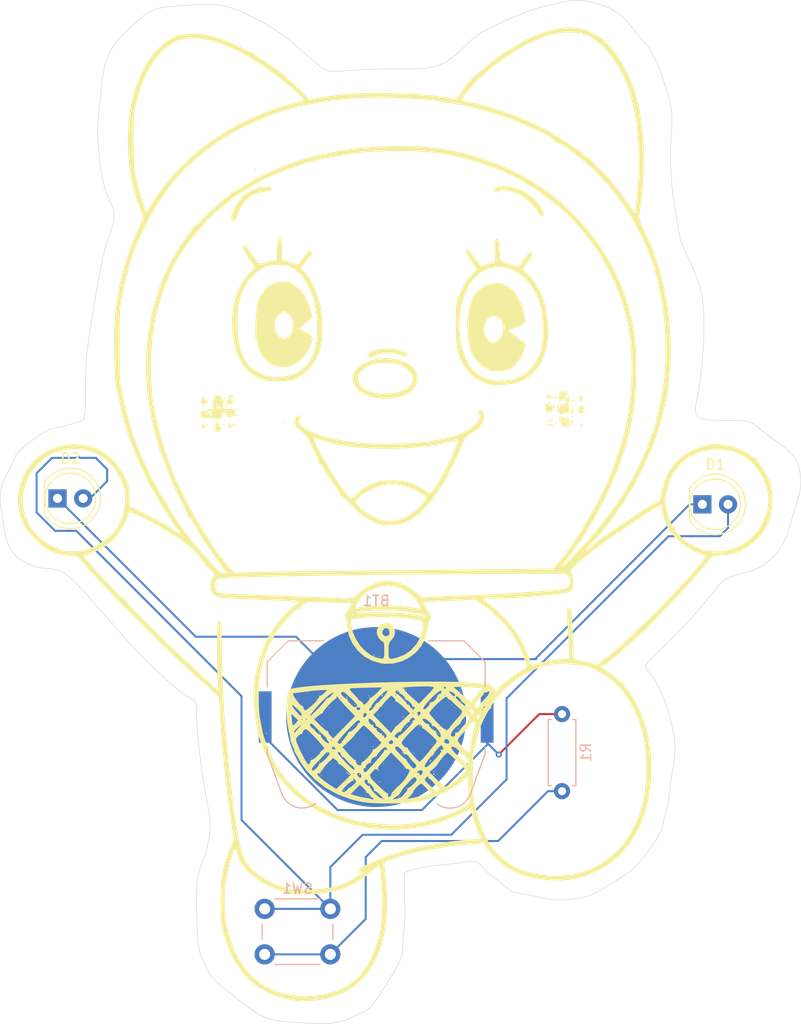
<source format=kicad_pcb>
(kicad_pcb (version 20241229) (generator "pcbnew") (generator_version "9.0")
  (layers (0 "F.Cu" signal) (2 "B.Cu" signal) (13 "F.Paste" user) (15 "B.Paste" user) (5 "F.SilkS" user "F.Silkscreen") (7 "B.SilkS" user "B.Silkscreen") (1 "F.Mask" user) (3 "B.Mask" user) (25 "Edge.Cuts" user))
  (net 0 "")
  (net 1 "Net-(BT1-+)")
  (net 2 "Net-(BT1--)")
  (net 3 "Net-(D1-A)")
  (net 4 "Net-(R1-Pad1)")
  (footprint "LOGO" (layer "F.Cu") (at 146.23 94.75)
    (property "Reference" "G***" (hide yes))
    (property "Value" "LOGO" (hide yes))
  )
  (footprint "LED_THT:LED_D5.0mm" (layer "F.Cu") (at 112.67 92.8)
    (property "Reference" "D2" (at 1.27 -3.96 0) (layer "F.SilkS"))
    (property "Value" "LED")
    (pad "1" thru_hole rect (at 0 0) (size 1.8 1.8) (drill 0.9) (layers "*.Cu" "*.Mask") (net 2 "Net-(BT1--)"))
    (pad "2" thru_hole circle (at 2.54 0) (size 1.8 1.8) (drill 0.9) (layers "*.Cu" "*.Mask") (net 3 "Net-(D1-A)"))
  )
  (footprint "LED_THT:LED_D5.0mm" (layer "F.Cu") (at 176.49 93.39)
    (property "Reference" "D1" (at 1.27 -3.96 0) (layer "F.SilkS"))
    (property "Value" "LED")
    (pad "1" thru_hole rect (at 0 0) (size 1.8 1.8) (drill 0.9) (layers "*.Cu" "*.Mask") (net 2 "Net-(BT1--)"))
    (pad "2" thru_hole circle (at 2.54 0) (size 1.8 1.8) (drill 0.9) (layers "*.Cu" "*.Mask") (net 3 "Net-(D1-A)"))
  )
  (footprint "Button_Switch_THT:SW_PUSH_6mm" (layer "B.Cu") (at 139.67 133.39 180)
    (property "Reference" "SW1" (at 3.25 2 0) (layer "B.SilkS") (effects (justify mirror)))
    (property "Value" "SW_Push")
    (pad "1" thru_hole circle (at 0 0 90) (size 2 2) (drill 1.1) (layers "*.Cu" "*.Mask") (net 3 "Net-(D1-A)"))
    (pad "1" thru_hole circle (at 6.5 0 90) (size 2 2) (drill 1.1) (layers "*.Cu" "*.Mask") (net 3 "Net-(D1-A)"))
    (pad "2" thru_hole circle (at 0 -4.5 90) (size 2 2) (drill 1.1) (layers "*.Cu" "*.Mask") (net 4 "Net-(R1-Pad1)"))
    (pad "2" thru_hole circle (at 6.5 -4.5 90) (size 2 2) (drill 1.1) (layers "*.Cu" "*.Mask") (net 4 "Net-(R1-Pad1)"))
  )
  (footprint "Battery:BatteryHolder_Keystone_3034_1x20mm" (layer "B.Cu") (at 144.205 114.42 180)
    (property "Reference" "BT1" (at 0 11.5 0) (layer "B.SilkS") (effects (justify mirror)))
    (property "Value" "Battery_Cell")
    (pad "1" smd rect (at -10.985 0 180) (size 1.27 5.08) (layers "B.Cu" "B.Mask" "B.Paste") (net 1 "Net-(BT1-+)"))
    (pad "1" smd rect (at 10.985 0 180) (size 1.27 5.08) (layers "B.Cu" "B.Mask" "B.Paste") (net 1 "Net-(BT1-+)"))
    (pad "2" smd circle (at 0 0 180) (size 17.8 17.8) (layers "B.Cu" "B.Mask") (net 2 "Net-(BT1--)"))
  )
  (footprint "Resistor_THT:R_Axial_DIN0207_L6.3mm_D2.5mm_P7.62mm_Horizontal" (layer "B.Cu") (at 162.6 121.75 90)
    (property "Reference" "R1" (at 3.81 2.37 90) (layer "B.SilkS") (effects (justify mirror)))
    (property "Value" "R")
    (pad "1" thru_hole circle (at 0 0 90) (size 1.6 1.6) (drill 0.8) (layers "*.Cu" "*.Mask") (net 4 "Net-(R1-Pad1)"))
    (pad "2" thru_hole circle (at 7.62 0 90) (size 1.6 1.6) (drill 0.8) (layers "*.Cu" "*.Mask") (net 1 "Net-(BT1-+)"))
  )
  (gr_curve (pts (xy 107.13 94.13) (xy 107.56 96.58) (xy 107.49 97.94) (xy 109.3 99.03)) (stroke (width 0.05)) (layer "Edge.Cuts"))
  (gr_curve (pts (xy 183.17 86.7) (xy 181 85.12) (xy 181.73 85.08) (xy 178.81 85.1)) (stroke (width 0.05)) (layer "Edge.Cuts"))
  (gr_curve (pts (xy 115.45 80.89) (xy 115.43 83.07) (xy 115.48 84.18) (xy 115.33 84.6)) (stroke (width 0.05)) (layer "Edge.Cuts"))
  (gr_curve (pts (xy 117.05 69.48) (xy 116.61 71.76) (xy 116.47 72.5) (xy 116.06 75.13)) (stroke (width 0.05)) (layer "Edge.Cuts"))
  (gr_curve (pts (xy 151.35 128.97) (xy 153.93 128.72) (xy 153.91 128.43) (xy 154.57 129.09)) (stroke (width 0.05)) (layer "Edge.Cuts"))
  (gr_curve (pts (xy 115.33 84.6) (xy 115.18 85.02) (xy 115.7 84.99) (xy 113.73 85.53)) (stroke (width 0.05)) (layer "Edge.Cuts"))
  (gr_curve (pts (xy 117.05 51.9) (xy 116.75 55.51) (xy 116.39 55.71) (xy 116.88 59.69)) (stroke (width 0.05)) (layer "Edge.Cuts"))
  (gr_curve (pts (xy 127.62 126.67) (xy 127.13 129.16) (xy 126.29 129.39) (xy 126.41 132.39)) (stroke (width 0.05)) (layer "Edge.Cuts"))
  (gr_curve (pts (xy 143.65 50.37) (xy 138.91 50.52) (xy 139.82 51.14) (xy 137.58 49.17)) (stroke (width 0.05)) (layer "Edge.Cuts"))
  (gr_curve (pts (xy 109.3 99.03) (xy 111.11 100.12) (xy 112.16 99.42) (xy 113.35 100.22)) (stroke (width 0.05)) (layer "Edge.Cuts"))
  (gr_curve (pts (xy 158.9 131.94) (xy 160.54 132.16) (xy 161.05 132.6) (xy 162.9 132.48)) (stroke (width 0.05)) (layer "Edge.Cuts"))
  (gr_curve (pts (xy 145.19 140.89) (xy 147.14 137.78) (xy 146.76 138.06) (xy 146.9 136.17)) (stroke (width 0.05)) (layer "Edge.Cuts"))
  (gr_curve (pts (xy 185.18 95.38) (xy 185.97 92.7) (xy 186.46 91.73) (xy 186.14 90.16)) (stroke (width 0.05)) (layer "Edge.Cuts"))
  (gr_curve (pts (xy 129.76 141.73) (xy 131.98 143.43) (xy 132.71 144.35) (xy 135.27 144.54)) (stroke (width 0.05)) (layer "Edge.Cuts"))
  (gr_curve (pts (xy 113.73 85.53) (xy 111.76 86.07) (xy 111.76 85.8) (xy 109.94 87.23)) (stroke (width 0.05)) (layer "Edge.Cuts"))
  (gr_curve (pts (xy 173.53 115.54) (xy 172.96 113.18) (xy 172.65 112.32) (xy 171.93 111.04)) (stroke (width 0.05)) (layer "Edge.Cuts"))
  (gr_curve (pts (xy 124.16 111.35) (xy 127.31 114.12) (xy 125.97 110.81) (xy 126.65 117.22)) (stroke (width 0.05)) (layer "Edge.Cuts"))
  (gr_curve (pts (xy 116.06 75.13) (xy 115.65 77.76) (xy 115.47 78.71) (xy 115.45 80.89)) (stroke (width 0.05)) (layer "Edge.Cuts"))
  (gr_curve (pts (xy 135.27 144.54) (xy 137.83 144.73) (xy 140.21 145.01) (xy 141.79 144.12)) (stroke (width 0.05)) (layer "Edge.Cuts"))
  (gr_curve (pts (xy 172.62 124.86) (xy 172.81 123.8) (xy 172.92 124.52) (xy 173.26 121.64)) (stroke (width 0.05)) (layer "Edge.Cuts"))
  (gr_curve (pts (xy 186.14 90.16) (xy 185.82 88.59) (xy 185.34 88.28) (xy 183.17 86.7)) (stroke (width 0.05)) (layer "Edge.Cuts"))
  (gr_curve (pts (xy 152.01 48.98) (xy 149.9 50.77) (xy 148.39 50.22) (xy 143.65 50.37)) (stroke (width 0.05)) (layer "Edge.Cuts"))
  (gr_curve (pts (xy 120.49 45.67) (xy 118.7 47.3) (xy 117.35 48.29) (xy 117.05 51.9)) (stroke (width 0.05)) (layer "Edge.Cuts"))
  (gr_curve (pts (xy 147.01 129.79) (xy 148.37 129.33) (xy 148.77 129.22) (xy 151.35 128.97)) (stroke (width 0.05)) (layer "Edge.Cuts"))
  (gr_curve (pts (xy 182.8 99.19) (xy 183.85 98.25) (xy 184.39 98.06) (xy 185.18 95.38)) (stroke (width 0.05)) (layer "Edge.Cuts"))
  (gr_curve (pts (xy 162.07 43.86) (xy 159.81 44.43) (xy 160.23 44.15) (xy 156.86 45.63)) (stroke (width 0.05)) (layer "Edge.Cuts"))
  (gr_curve (pts (xy 108.07 89.66) (xy 107.44 90.83) (xy 106.7 91.68) (xy 107.13 94.13)) (stroke (width 0.05)) (layer "Edge.Cuts"))
  (gr_curve (pts (xy 173.26 121.64) (xy 173.6 118.76) (xy 174.1 117.9) (xy 173.53 115.54)) (stroke (width 0.05)) (layer "Edge.Cuts"))
  (gr_line (start 147 132.3) (end 147.01 129.79) (stroke (width 0.05)) (layer "Edge.Cuts"))
  (gr_curve (pts (xy 178.74 100.81) (xy 179.53 100.27) (xy 181.75 100.13) (xy 182.8 99.19)) (stroke (width 0.05)) (layer "Edge.Cuts"))
  (gr_curve (pts (xy 170.97 109.17) (xy 171.31 108.68) (xy 170.98 109.17) (xy 173.9 106.22)) (stroke (width 0.05)) (layer "Edge.Cuts"))
  (gr_curve (pts (xy 172.81 51.95) (xy 171.63 48.24) (xy 171.07 48.2) (xy 169.84 46.62)) (stroke (width 0.05)) (layer "Edge.Cuts"))
  (gr_curve (pts (xy 174.09 66.04) (xy 173.85 64.08) (xy 173.44 63.31) (xy 173.35 59.28)) (stroke (width 0.05)) (layer "Edge.Cuts"))
  (gr_curve (pts (xy 170.62 128.33) (xy 171.88 126.75) (xy 172.43 125.92) (xy 172.62 124.86)) (stroke (width 0.05)) (layer "Edge.Cuts"))
  (gr_curve (pts (xy 167.11 131.11) (xy 168.85 130) (xy 169.36 129.91) (xy 170.62 128.33)) (stroke (width 0.05)) (layer "Edge.Cuts"))
  (gr_curve (pts (xy 126.65 117.22) (xy 127.33 123.63) (xy 128.11 124.18) (xy 127.62 126.67)) (stroke (width 0.05)) (layer "Edge.Cuts"))
  (gr_curve (pts (xy 178.81 85.1) (xy 175.89 85.12) (xy 175.52 84.8) (xy 175.96 82.96)) (stroke (width 0.05)) (layer "Edge.Cuts"))
  (gr_curve (pts (xy 166.47 44.01) (xy 165.07 43.57) (xy 164.33 43.29) (xy 162.07 43.86)) (stroke (width 0.05)) (layer "Edge.Cuts"))
  (gr_curve (pts (xy 176.21 71.75) (xy 175.3 69.02) (xy 174.33 68) (xy 174.09 66.04)) (stroke (width 0.05)) (layer "Edge.Cuts"))
  (gr_curve (pts (xy 126.41 132.39) (xy 126.53 135.39) (xy 126.37 137.03) (xy 127.02 138.38)) (stroke (width 0.05)) (layer "Edge.Cuts"))
  (gr_curve (pts (xy 156.86 45.63) (xy 153.49 47.11) (xy 154.12 47.19) (xy 152.01 48.98)) (stroke (width 0.05)) (layer "Edge.Cuts"))
  (gr_curve (pts (xy 169.84 46.62) (xy 168.61 45.04) (xy 167.87 44.45) (xy 166.47 44.01)) (stroke (width 0.05)) (layer "Edge.Cuts"))
  (gr_curve (pts (xy 173.35 59.28) (xy 173.26 55.25) (xy 173.99 55.66) (xy 172.81 51.95)) (stroke (width 0.05)) (layer "Edge.Cuts"))
  (gr_curve (pts (xy 137.58 49.17) (xy 135.34 47.2) (xy 134.21 46.29) (xy 132.02 45.23)) (stroke (width 0.05)) (layer "Edge.Cuts"))
  (gr_curve (pts (xy 173.9 106.22) (xy 176.82 103.27) (xy 177.95 101.35) (xy 178.74 100.81)) (stroke (width 0.05)) (layer "Edge.Cuts"))
  (gr_curve (pts (xy 109.94 87.23) (xy 108.12 88.66) (xy 108.7 88.49) (xy 108.07 89.66)) (stroke (width 0.05)) (layer "Edge.Cuts"))
  (gr_curve (pts (xy 127.02 138.38) (xy 127.67 139.73) (xy 127.54 140.03) (xy 129.76 141.73)) (stroke (width 0.05)) (layer "Edge.Cuts"))
  (gr_curve (pts (xy 156.31 130.64) (xy 157.54 131.55) (xy 157.26 131.72) (xy 158.9 131.94)) (stroke (width 0.05)) (layer "Edge.Cuts"))
  (gr_curve (pts (xy 116.88 59.69) (xy 117.37 63.67) (xy 118.5 63.72) (xy 118.23 65.27)) (stroke (width 0.05)) (layer "Edge.Cuts"))
  (gr_curve (pts (xy 126.05 44) (xy 123.1 44.22) (xy 122.28 44.04) (xy 120.49 45.67)) (stroke (width 0.05)) (layer "Edge.Cuts"))
  (gr_curve (pts (xy 118.23 65.27) (xy 117.96 66.82) (xy 117.49 67.2) (xy 117.05 69.48)) (stroke (width 0.05)) (layer "Edge.Cuts"))
  (gr_curve (pts (xy 141.79 144.12) (xy 143.37 143.23) (xy 143.24 144) (xy 145.19 140.89)) (stroke (width 0.05)) (layer "Edge.Cuts"))
  (gr_curve (pts (xy 113.35 100.22) (xy 114.54 101.02) (xy 114.81 101.51) (xy 117.82 104.88)) (stroke (width 0.05)) (layer "Edge.Cuts"))
  (gr_curve (pts (xy 146.9 136.17) (xy 147.04 134.28) (xy 147.13 134.13) (xy 147 132.3)) (stroke (width 0.05)) (layer "Edge.Cuts"))
  (gr_curve (pts (xy 175.96 82.96) (xy 176.4 81.12) (xy 177.12 74.48) (xy 176.21 71.75)) (stroke (width 0.05)) (layer "Edge.Cuts"))
  (gr_curve (pts (xy 117.82 104.88) (xy 120.83 108.25) (xy 121.01 108.58) (xy 124.16 111.35)) (stroke (width 0.05)) (layer "Edge.Cuts"))
  (gr_curve (pts (xy 132.02 45.23) (xy 129.83 44.17) (xy 129 43.78) (xy 126.05 44)) (stroke (width 0.05)) (layer "Edge.Cuts"))
  (gr_curve (pts (xy 154.57 129.09) (xy 155.23 129.75) (xy 155.08 129.73) (xy 156.31 130.64)) (stroke (width 0.05)) (layer "Edge.Cuts"))
  (gr_curve (pts (xy 162.9 132.48) (xy 164.75 132.36) (xy 165.37 132.22) (xy 167.11 131.11)) (stroke (width 0.05)) (layer "Edge.Cuts"))
  (gr_curve (pts (xy 171.93 111.04) (xy 171.21 109.76) (xy 170.63 109.66) (xy 170.97 109.17)) (stroke (width 0.05)) (layer "Edge.Cuts"))
  (segment (start 160.34 114.13) (end 156.34 118.13) (width 0.2) (layer "F.Cu") (net 1))
  (segment (start 162.6 114.13) (end 162.7 114.13) (width 0.2) (layer "F.Cu") (net 1))
  (segment (start 162.7 114.13) (end 162.71 114.14) (width 0.2) (layer "F.Cu") (net 1))
  (segment (start 162.6 114.13) (end 160.34 114.13) (width 0.2) (layer "F.Cu") (net 1))
  (via (at 156.34 118.13) (size 0.6) (drill 0.3) (layers "F.Cu" "B.Cu") (net 1))
  (segment (start 148.729 123.621) (end 155.19 117.16) (width 0.2) (layer "B.Cu") (net 1))
  (segment (start 133.22 116.447179) (end 140.393821 123.621) (width 0.2) (layer "B.Cu") (net 1))
  (segment (start 156.34 118.13) (end 155.19 116.98) (width 0.2) (layer "B.Cu") (net 1))
  (segment (start 155.19 117.16) (end 155.19 114.42) (width 0.2) (layer "B.Cu") (net 1))
  (segment (start 155.19 116.98) (end 155.19 114.42) (width 0.2) (layer "B.Cu") (net 1))
  (segment (start 133.22 114.42) (end 133.22 116.447179) (width 0.2) (layer "B.Cu") (net 1))
  (segment (start 140.393821 123.621) (end 148.729 123.621) (width 0.2) (layer "B.Cu") (net 1))
  (segment (start 160.04 108.69) (end 149.935 108.69) (width 0.2) (layer "B.Cu") (net 2))
  (segment (start 160.04 108.58) (end 160.04 108.69) (width 0.2) (layer "B.Cu") (net 2))
  (segment (start 176.49 93.39) (end 175.23 93.39) (width 0.2) (layer "B.Cu") (net 2))
  (segment (start 175.23 93.39) (end 160.04 108.58) (width 0.2) (layer "B.Cu") (net 2))
  (segment (start 112.67 92.8) (end 126.35 106.48) (width 0.2) (layer "B.Cu") (net 2))
  (segment (start 136.265 106.48) (end 144.205 114.42) (width 0.2) (layer "B.Cu") (net 2))
  (segment (start 149.935 108.69) (end 144.205 114.42) (width 0.2) (layer "B.Cu") (net 2))
  (segment (start 126.35 106.48) (end 136.265 106.48) (width 0.2) (layer "B.Cu") (net 2))
  (segment (start 114.58 88.79) (end 112.13 88.79) (width 0.2) (layer "B.Cu") (net 3))
  (segment (start 179.03 95.73) (end 179.03 93.39) (width 0.2) (layer "B.Cu") (net 3))
  (segment (start 133.17 133.39) (end 139.67 133.39) (width 0.2) (layer "B.Cu") (net 3))
  (segment (start 139.67 129.25) (end 139.675 129.255) (width 0.2) (layer "B.Cu") (net 3))
  (segment (start 116.5 88.79) (end 114.88 88.79) (width 0.2) (layer "B.Cu") (net 3))
  (segment (start 110.6 94.2) (end 110.61 94.2) (width 0.2) (layer "B.Cu") (net 3))
  (segment (start 139.67 133.39) (end 139.67 129.25) (width 0.2) (layer "B.Cu") (net 3))
  (segment (start 112.42 96.01) (end 114.53 96.01) (width 0.2) (layer "B.Cu") (net 3))
  (segment (start 117.58 89.92) (end 116.5 88.84) (width 0.2) (layer "B.Cu") (net 3))
  (segment (start 151.64 126.06) (end 157.11 120.59) (width 0.2) (layer "B.Cu") (net 3))
  (segment (start 110.6 90.32) (end 110.6 94.2) (width 0.2) (layer "B.Cu") (net 3))
  (segment (start 110.61 94.2) (end 112.42 96.01) (width 0.2) (layer "B.Cu") (net 3))
  (segment (start 115.21 92.8) (end 115.88 92.8) (width 0.2) (layer "B.Cu") (net 3))
  (segment (start 157.11 120.59) (end 157.11 112.58) (width 0.2) (layer "B.Cu") (net 3))
  (segment (start 114.53 96.01) (end 130.88 112.36) (width 0.2) (layer "B.Cu") (net 3))
  (segment (start 142.87 126.06) (end 151.64 126.06) (width 0.2) (layer "B.Cu") (net 3))
  (segment (start 157.11 112.58) (end 173.15 96.54) (width 0.2) (layer "B.Cu") (net 3))
  (segment (start 116.5 88.84) (end 116.5 88.79) (width 0.2) (layer "B.Cu") (net 3))
  (segment (start 130.88 112.36) (end 130.88 124.6) (width 0.2) (layer "B.Cu") (net 3))
  (segment (start 115.88 92.8) (end 117.58 91.1) (width 0.2) (layer "B.Cu") (net 3))
  (segment (start 114.88 88.79) (end 114.73 88.64) (width 0.2) (layer "B.Cu") (net 3))
  (segment (start 139.675 129.255) (end 142.87 126.06) (width 0.2) (layer "B.Cu") (net 3))
  (segment (start 173.15 96.54) (end 178.22 96.54) (width 0.2) (layer "B.Cu") (net 3))
  (segment (start 117.58 91.1) (end 117.58 89.92) (width 0.2) (layer "B.Cu") (net 3))
  (segment (start 178.22 96.54) (end 179.03 95.73) (width 0.2) (layer "B.Cu") (net 3))
  (segment (start 130.88 124.6) (end 139.67 133.39) (width 0.2) (layer "B.Cu") (net 3))
  (segment (start 114.73 88.64) (end 114.58 88.79) (width 0.2) (layer "B.Cu") (net 3))
  (segment (start 112.13 88.79) (end 110.6 90.32) (width 0.2) (layer "B.Cu") (net 3))
  (segment (start 143.17 134.39) (end 143.17 128.27) (width 0.2) (layer "B.Cu") (net 4))
  (segment (start 133.17 137.89) (end 139.67 137.89) (width 0.2) (layer "B.Cu") (net 4))
  (segment (start 144.76 126.68) (end 156.28 126.68) (width 0.2) (layer "B.Cu") (net 4))
  (segment (start 143.17 128.27) (end 144.76 126.68) (width 0.2) (layer "B.Cu") (net 4))
  (segment (start 139.67 137.89) (end 143.17 134.39) (width 0.2) (layer "B.Cu") (net 4))
  (segment (start 156.28 126.68) (end 161.21 121.75) (width 0.2) (layer "B.Cu") (net 4))
  (segment (start 161.21 121.75) (end 162.6 121.75) (width 0.2) (layer "B.Cu") (net 4))
)
</source>
